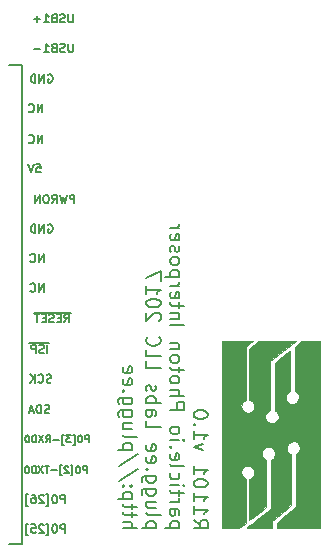
<source format=gbr>
G04 #@! TF.FileFunction,Legend,Bot*
%FSLAX46Y46*%
G04 Gerber Fmt 4.6, Leading zero omitted, Abs format (unit mm)*
G04 Created by KiCad (PCBNEW 4.0.6-e0-6349~53~ubuntu14.04.1) date Mon Apr  3 13:59:57 2017*
%MOMM*%
%LPD*%
G01*
G04 APERTURE LIST*
%ADD10C,0.100000*%
%ADD11C,0.200000*%
%ADD12C,0.152400*%
%ADD13C,0.010000*%
%ADD14C,0.150000*%
G04 APERTURE END LIST*
D10*
D11*
X143657143Y-123228571D02*
X144228571Y-123628571D01*
X143657143Y-123914286D02*
X144857143Y-123914286D01*
X144857143Y-123457143D01*
X144800000Y-123342857D01*
X144742857Y-123285714D01*
X144628571Y-123228571D01*
X144457143Y-123228571D01*
X144342857Y-123285714D01*
X144285714Y-123342857D01*
X144228571Y-123457143D01*
X144228571Y-123914286D01*
X143657143Y-122085714D02*
X143657143Y-122771429D01*
X143657143Y-122428571D02*
X144857143Y-122428571D01*
X144685714Y-122542857D01*
X144571429Y-122657143D01*
X144514286Y-122771429D01*
X143657143Y-120942857D02*
X143657143Y-121628572D01*
X143657143Y-121285714D02*
X144857143Y-121285714D01*
X144685714Y-121400000D01*
X144571429Y-121514286D01*
X144514286Y-121628572D01*
X144857143Y-120200000D02*
X144857143Y-120085715D01*
X144800000Y-119971429D01*
X144742857Y-119914286D01*
X144628571Y-119857143D01*
X144400000Y-119800000D01*
X144114286Y-119800000D01*
X143885714Y-119857143D01*
X143771429Y-119914286D01*
X143714286Y-119971429D01*
X143657143Y-120085715D01*
X143657143Y-120200000D01*
X143714286Y-120314286D01*
X143771429Y-120371429D01*
X143885714Y-120428572D01*
X144114286Y-120485715D01*
X144400000Y-120485715D01*
X144628571Y-120428572D01*
X144742857Y-120371429D01*
X144800000Y-120314286D01*
X144857143Y-120200000D01*
X143657143Y-118657143D02*
X143657143Y-119342858D01*
X143657143Y-119000000D02*
X144857143Y-119000000D01*
X144685714Y-119114286D01*
X144571429Y-119228572D01*
X144514286Y-119342858D01*
X144457143Y-117342857D02*
X143657143Y-117057143D01*
X144457143Y-116771429D01*
X143657143Y-115685714D02*
X143657143Y-116371429D01*
X143657143Y-116028571D02*
X144857143Y-116028571D01*
X144685714Y-116142857D01*
X144571429Y-116257143D01*
X144514286Y-116371429D01*
X143771429Y-115171429D02*
X143714286Y-115114286D01*
X143657143Y-115171429D01*
X143714286Y-115228572D01*
X143771429Y-115171429D01*
X143657143Y-115171429D01*
X144857143Y-114371428D02*
X144857143Y-114257143D01*
X144800000Y-114142857D01*
X144742857Y-114085714D01*
X144628571Y-114028571D01*
X144400000Y-113971428D01*
X144114286Y-113971428D01*
X143885714Y-114028571D01*
X143771429Y-114085714D01*
X143714286Y-114142857D01*
X143657143Y-114257143D01*
X143657143Y-114371428D01*
X143714286Y-114485714D01*
X143771429Y-114542857D01*
X143885714Y-114600000D01*
X144114286Y-114657143D01*
X144400000Y-114657143D01*
X144628571Y-114600000D01*
X144742857Y-114542857D01*
X144800000Y-114485714D01*
X144857143Y-114371428D01*
X142457143Y-123914286D02*
X141257143Y-123914286D01*
X142400000Y-123914286D02*
X142457143Y-123800000D01*
X142457143Y-123571429D01*
X142400000Y-123457143D01*
X142342857Y-123400000D01*
X142228571Y-123342857D01*
X141885714Y-123342857D01*
X141771429Y-123400000D01*
X141714286Y-123457143D01*
X141657143Y-123571429D01*
X141657143Y-123800000D01*
X141714286Y-123914286D01*
X141657143Y-122314286D02*
X142285714Y-122314286D01*
X142400000Y-122371429D01*
X142457143Y-122485715D01*
X142457143Y-122714286D01*
X142400000Y-122828572D01*
X141714286Y-122314286D02*
X141657143Y-122428572D01*
X141657143Y-122714286D01*
X141714286Y-122828572D01*
X141828571Y-122885715D01*
X141942857Y-122885715D01*
X142057143Y-122828572D01*
X142114286Y-122714286D01*
X142114286Y-122428572D01*
X142171429Y-122314286D01*
X141657143Y-121742858D02*
X142457143Y-121742858D01*
X142228571Y-121742858D02*
X142342857Y-121685715D01*
X142400000Y-121628572D01*
X142457143Y-121514286D01*
X142457143Y-121400001D01*
X142457143Y-121171429D02*
X142457143Y-120714286D01*
X142857143Y-121000001D02*
X141828571Y-121000001D01*
X141714286Y-120942858D01*
X141657143Y-120828572D01*
X141657143Y-120714286D01*
X141657143Y-120314287D02*
X142457143Y-120314287D01*
X142857143Y-120314287D02*
X142800000Y-120371430D01*
X142742857Y-120314287D01*
X142800000Y-120257144D01*
X142857143Y-120314287D01*
X142742857Y-120314287D01*
X141714286Y-119228572D02*
X141657143Y-119342858D01*
X141657143Y-119571429D01*
X141714286Y-119685715D01*
X141771429Y-119742858D01*
X141885714Y-119800001D01*
X142228571Y-119800001D01*
X142342857Y-119742858D01*
X142400000Y-119685715D01*
X142457143Y-119571429D01*
X142457143Y-119342858D01*
X142400000Y-119228572D01*
X141657143Y-118542858D02*
X141714286Y-118657144D01*
X141828571Y-118714287D01*
X142857143Y-118714287D01*
X141714286Y-117628573D02*
X141657143Y-117742859D01*
X141657143Y-117971430D01*
X141714286Y-118085716D01*
X141828571Y-118142859D01*
X142285714Y-118142859D01*
X142400000Y-118085716D01*
X142457143Y-117971430D01*
X142457143Y-117742859D01*
X142400000Y-117628573D01*
X142285714Y-117571430D01*
X142171429Y-117571430D01*
X142057143Y-118142859D01*
X141771429Y-117057145D02*
X141714286Y-117000002D01*
X141657143Y-117057145D01*
X141714286Y-117114288D01*
X141771429Y-117057145D01*
X141657143Y-117057145D01*
X141657143Y-116485716D02*
X142457143Y-116485716D01*
X142857143Y-116485716D02*
X142800000Y-116542859D01*
X142742857Y-116485716D01*
X142800000Y-116428573D01*
X142857143Y-116485716D01*
X142742857Y-116485716D01*
X141657143Y-115742858D02*
X141714286Y-115857144D01*
X141771429Y-115914287D01*
X141885714Y-115971430D01*
X142228571Y-115971430D01*
X142342857Y-115914287D01*
X142400000Y-115857144D01*
X142457143Y-115742858D01*
X142457143Y-115571430D01*
X142400000Y-115457144D01*
X142342857Y-115400001D01*
X142228571Y-115342858D01*
X141885714Y-115342858D01*
X141771429Y-115400001D01*
X141714286Y-115457144D01*
X141657143Y-115571430D01*
X141657143Y-115742858D01*
X141657143Y-113914287D02*
X142857143Y-113914287D01*
X142857143Y-113457144D01*
X142800000Y-113342858D01*
X142742857Y-113285715D01*
X142628571Y-113228572D01*
X142457143Y-113228572D01*
X142342857Y-113285715D01*
X142285714Y-113342858D01*
X142228571Y-113457144D01*
X142228571Y-113914287D01*
X141657143Y-112714287D02*
X142857143Y-112714287D01*
X141657143Y-112200001D02*
X142285714Y-112200001D01*
X142400000Y-112257144D01*
X142457143Y-112371430D01*
X142457143Y-112542858D01*
X142400000Y-112657144D01*
X142342857Y-112714287D01*
X141657143Y-111457144D02*
X141714286Y-111571430D01*
X141771429Y-111628573D01*
X141885714Y-111685716D01*
X142228571Y-111685716D01*
X142342857Y-111628573D01*
X142400000Y-111571430D01*
X142457143Y-111457144D01*
X142457143Y-111285716D01*
X142400000Y-111171430D01*
X142342857Y-111114287D01*
X142228571Y-111057144D01*
X141885714Y-111057144D01*
X141771429Y-111114287D01*
X141714286Y-111171430D01*
X141657143Y-111285716D01*
X141657143Y-111457144D01*
X142457143Y-110714287D02*
X142457143Y-110257144D01*
X142857143Y-110542859D02*
X141828571Y-110542859D01*
X141714286Y-110485716D01*
X141657143Y-110371430D01*
X141657143Y-110257144D01*
X141657143Y-109685716D02*
X141714286Y-109800002D01*
X141771429Y-109857145D01*
X141885714Y-109914288D01*
X142228571Y-109914288D01*
X142342857Y-109857145D01*
X142400000Y-109800002D01*
X142457143Y-109685716D01*
X142457143Y-109514288D01*
X142400000Y-109400002D01*
X142342857Y-109342859D01*
X142228571Y-109285716D01*
X141885714Y-109285716D01*
X141771429Y-109342859D01*
X141714286Y-109400002D01*
X141657143Y-109514288D01*
X141657143Y-109685716D01*
X142457143Y-108771431D02*
X141657143Y-108771431D01*
X142342857Y-108771431D02*
X142400000Y-108714288D01*
X142457143Y-108600002D01*
X142457143Y-108428574D01*
X142400000Y-108314288D01*
X142285714Y-108257145D01*
X141657143Y-108257145D01*
X141657143Y-106771431D02*
X142857143Y-106771431D01*
X142457143Y-106200002D02*
X141657143Y-106200002D01*
X142342857Y-106200002D02*
X142400000Y-106142859D01*
X142457143Y-106028573D01*
X142457143Y-105857145D01*
X142400000Y-105742859D01*
X142285714Y-105685716D01*
X141657143Y-105685716D01*
X142457143Y-105285716D02*
X142457143Y-104828573D01*
X142857143Y-105114288D02*
X141828571Y-105114288D01*
X141714286Y-105057145D01*
X141657143Y-104942859D01*
X141657143Y-104828573D01*
X141714286Y-103971431D02*
X141657143Y-104085717D01*
X141657143Y-104314288D01*
X141714286Y-104428574D01*
X141828571Y-104485717D01*
X142285714Y-104485717D01*
X142400000Y-104428574D01*
X142457143Y-104314288D01*
X142457143Y-104085717D01*
X142400000Y-103971431D01*
X142285714Y-103914288D01*
X142171429Y-103914288D01*
X142057143Y-104485717D01*
X141657143Y-103400003D02*
X142457143Y-103400003D01*
X142228571Y-103400003D02*
X142342857Y-103342860D01*
X142400000Y-103285717D01*
X142457143Y-103171431D01*
X142457143Y-103057146D01*
X142457143Y-102657146D02*
X141257143Y-102657146D01*
X142400000Y-102657146D02*
X142457143Y-102542860D01*
X142457143Y-102314289D01*
X142400000Y-102200003D01*
X142342857Y-102142860D01*
X142228571Y-102085717D01*
X141885714Y-102085717D01*
X141771429Y-102142860D01*
X141714286Y-102200003D01*
X141657143Y-102314289D01*
X141657143Y-102542860D01*
X141714286Y-102657146D01*
X141657143Y-101400003D02*
X141714286Y-101514289D01*
X141771429Y-101571432D01*
X141885714Y-101628575D01*
X142228571Y-101628575D01*
X142342857Y-101571432D01*
X142400000Y-101514289D01*
X142457143Y-101400003D01*
X142457143Y-101228575D01*
X142400000Y-101114289D01*
X142342857Y-101057146D01*
X142228571Y-101000003D01*
X141885714Y-101000003D01*
X141771429Y-101057146D01*
X141714286Y-101114289D01*
X141657143Y-101228575D01*
X141657143Y-101400003D01*
X141714286Y-100542861D02*
X141657143Y-100428575D01*
X141657143Y-100200003D01*
X141714286Y-100085718D01*
X141828571Y-100028575D01*
X141885714Y-100028575D01*
X142000000Y-100085718D01*
X142057143Y-100200003D01*
X142057143Y-100371432D01*
X142114286Y-100485718D01*
X142228571Y-100542861D01*
X142285714Y-100542861D01*
X142400000Y-100485718D01*
X142457143Y-100371432D01*
X142457143Y-100200003D01*
X142400000Y-100085718D01*
X141714286Y-99057146D02*
X141657143Y-99171432D01*
X141657143Y-99400003D01*
X141714286Y-99514289D01*
X141828571Y-99571432D01*
X142285714Y-99571432D01*
X142400000Y-99514289D01*
X142457143Y-99400003D01*
X142457143Y-99171432D01*
X142400000Y-99057146D01*
X142285714Y-99000003D01*
X142171429Y-99000003D01*
X142057143Y-99571432D01*
X141657143Y-98485718D02*
X142457143Y-98485718D01*
X142228571Y-98485718D02*
X142342857Y-98428575D01*
X142400000Y-98371432D01*
X142457143Y-98257146D01*
X142457143Y-98142861D01*
X140457143Y-123914286D02*
X139257143Y-123914286D01*
X140400000Y-123914286D02*
X140457143Y-123800000D01*
X140457143Y-123571429D01*
X140400000Y-123457143D01*
X140342857Y-123400000D01*
X140228571Y-123342857D01*
X139885714Y-123342857D01*
X139771429Y-123400000D01*
X139714286Y-123457143D01*
X139657143Y-123571429D01*
X139657143Y-123800000D01*
X139714286Y-123914286D01*
X139657143Y-122657143D02*
X139714286Y-122771429D01*
X139828571Y-122828572D01*
X140857143Y-122828572D01*
X140457143Y-121685715D02*
X139657143Y-121685715D01*
X140457143Y-122200001D02*
X139828571Y-122200001D01*
X139714286Y-122142858D01*
X139657143Y-122028572D01*
X139657143Y-121857144D01*
X139714286Y-121742858D01*
X139771429Y-121685715D01*
X140457143Y-120600001D02*
X139485714Y-120600001D01*
X139371429Y-120657144D01*
X139314286Y-120714287D01*
X139257143Y-120828572D01*
X139257143Y-121000001D01*
X139314286Y-121114287D01*
X139714286Y-120600001D02*
X139657143Y-120714287D01*
X139657143Y-120942858D01*
X139714286Y-121057144D01*
X139771429Y-121114287D01*
X139885714Y-121171430D01*
X140228571Y-121171430D01*
X140342857Y-121114287D01*
X140400000Y-121057144D01*
X140457143Y-120942858D01*
X140457143Y-120714287D01*
X140400000Y-120600001D01*
X140457143Y-119514287D02*
X139485714Y-119514287D01*
X139371429Y-119571430D01*
X139314286Y-119628573D01*
X139257143Y-119742858D01*
X139257143Y-119914287D01*
X139314286Y-120028573D01*
X139714286Y-119514287D02*
X139657143Y-119628573D01*
X139657143Y-119857144D01*
X139714286Y-119971430D01*
X139771429Y-120028573D01*
X139885714Y-120085716D01*
X140228571Y-120085716D01*
X140342857Y-120028573D01*
X140400000Y-119971430D01*
X140457143Y-119857144D01*
X140457143Y-119628573D01*
X140400000Y-119514287D01*
X139771429Y-118942859D02*
X139714286Y-118885716D01*
X139657143Y-118942859D01*
X139714286Y-119000002D01*
X139771429Y-118942859D01*
X139657143Y-118942859D01*
X139714286Y-117914287D02*
X139657143Y-118028573D01*
X139657143Y-118257144D01*
X139714286Y-118371430D01*
X139828571Y-118428573D01*
X140285714Y-118428573D01*
X140400000Y-118371430D01*
X140457143Y-118257144D01*
X140457143Y-118028573D01*
X140400000Y-117914287D01*
X140285714Y-117857144D01*
X140171429Y-117857144D01*
X140057143Y-118428573D01*
X139714286Y-116885716D02*
X139657143Y-117000002D01*
X139657143Y-117228573D01*
X139714286Y-117342859D01*
X139828571Y-117400002D01*
X140285714Y-117400002D01*
X140400000Y-117342859D01*
X140457143Y-117228573D01*
X140457143Y-117000002D01*
X140400000Y-116885716D01*
X140285714Y-116828573D01*
X140171429Y-116828573D01*
X140057143Y-117400002D01*
X139657143Y-114828573D02*
X139657143Y-115400002D01*
X140857143Y-115400002D01*
X139657143Y-113914287D02*
X140285714Y-113914287D01*
X140400000Y-113971430D01*
X140457143Y-114085716D01*
X140457143Y-114314287D01*
X140400000Y-114428573D01*
X139714286Y-113914287D02*
X139657143Y-114028573D01*
X139657143Y-114314287D01*
X139714286Y-114428573D01*
X139828571Y-114485716D01*
X139942857Y-114485716D01*
X140057143Y-114428573D01*
X140114286Y-114314287D01*
X140114286Y-114028573D01*
X140171429Y-113914287D01*
X139657143Y-113342859D02*
X140857143Y-113342859D01*
X140400000Y-113342859D02*
X140457143Y-113228573D01*
X140457143Y-113000002D01*
X140400000Y-112885716D01*
X140342857Y-112828573D01*
X140228571Y-112771430D01*
X139885714Y-112771430D01*
X139771429Y-112828573D01*
X139714286Y-112885716D01*
X139657143Y-113000002D01*
X139657143Y-113228573D01*
X139714286Y-113342859D01*
X139714286Y-112314288D02*
X139657143Y-112200002D01*
X139657143Y-111971430D01*
X139714286Y-111857145D01*
X139828571Y-111800002D01*
X139885714Y-111800002D01*
X140000000Y-111857145D01*
X140057143Y-111971430D01*
X140057143Y-112142859D01*
X140114286Y-112257145D01*
X140228571Y-112314288D01*
X140285714Y-112314288D01*
X140400000Y-112257145D01*
X140457143Y-112142859D01*
X140457143Y-111971430D01*
X140400000Y-111857145D01*
X139657143Y-109800001D02*
X139657143Y-110371430D01*
X140857143Y-110371430D01*
X139657143Y-108828572D02*
X139657143Y-109400001D01*
X140857143Y-109400001D01*
X139771429Y-107742857D02*
X139714286Y-107800000D01*
X139657143Y-107971429D01*
X139657143Y-108085715D01*
X139714286Y-108257143D01*
X139828571Y-108371429D01*
X139942857Y-108428572D01*
X140171429Y-108485715D01*
X140342857Y-108485715D01*
X140571429Y-108428572D01*
X140685714Y-108371429D01*
X140800000Y-108257143D01*
X140857143Y-108085715D01*
X140857143Y-107971429D01*
X140800000Y-107800000D01*
X140742857Y-107742857D01*
X140742857Y-106371429D02*
X140800000Y-106314286D01*
X140857143Y-106200000D01*
X140857143Y-105914286D01*
X140800000Y-105800000D01*
X140742857Y-105742857D01*
X140628571Y-105685714D01*
X140514286Y-105685714D01*
X140342857Y-105742857D01*
X139657143Y-106428571D01*
X139657143Y-105685714D01*
X140857143Y-104942857D02*
X140857143Y-104828572D01*
X140800000Y-104714286D01*
X140742857Y-104657143D01*
X140628571Y-104600000D01*
X140400000Y-104542857D01*
X140114286Y-104542857D01*
X139885714Y-104600000D01*
X139771429Y-104657143D01*
X139714286Y-104714286D01*
X139657143Y-104828572D01*
X139657143Y-104942857D01*
X139714286Y-105057143D01*
X139771429Y-105114286D01*
X139885714Y-105171429D01*
X140114286Y-105228572D01*
X140400000Y-105228572D01*
X140628571Y-105171429D01*
X140742857Y-105114286D01*
X140800000Y-105057143D01*
X140857143Y-104942857D01*
X139657143Y-103400000D02*
X139657143Y-104085715D01*
X139657143Y-103742857D02*
X140857143Y-103742857D01*
X140685714Y-103857143D01*
X140571429Y-103971429D01*
X140514286Y-104085715D01*
X140857143Y-103000000D02*
X140857143Y-102200000D01*
X139657143Y-102714286D01*
X137657143Y-123914286D02*
X138857143Y-123914286D01*
X137657143Y-123400000D02*
X138285714Y-123400000D01*
X138400000Y-123457143D01*
X138457143Y-123571429D01*
X138457143Y-123742857D01*
X138400000Y-123857143D01*
X138342857Y-123914286D01*
X138457143Y-123000000D02*
X138457143Y-122542857D01*
X138857143Y-122828572D02*
X137828571Y-122828572D01*
X137714286Y-122771429D01*
X137657143Y-122657143D01*
X137657143Y-122542857D01*
X138457143Y-122314286D02*
X138457143Y-121857143D01*
X138857143Y-122142858D02*
X137828571Y-122142858D01*
X137714286Y-122085715D01*
X137657143Y-121971429D01*
X137657143Y-121857143D01*
X138457143Y-121457144D02*
X137257143Y-121457144D01*
X138400000Y-121457144D02*
X138457143Y-121342858D01*
X138457143Y-121114287D01*
X138400000Y-121000001D01*
X138342857Y-120942858D01*
X138228571Y-120885715D01*
X137885714Y-120885715D01*
X137771429Y-120942858D01*
X137714286Y-121000001D01*
X137657143Y-121114287D01*
X137657143Y-121342858D01*
X137714286Y-121457144D01*
X137771429Y-120371430D02*
X137714286Y-120314287D01*
X137657143Y-120371430D01*
X137714286Y-120428573D01*
X137771429Y-120371430D01*
X137657143Y-120371430D01*
X138400000Y-120371430D02*
X138342857Y-120314287D01*
X138285714Y-120371430D01*
X138342857Y-120428573D01*
X138400000Y-120371430D01*
X138285714Y-120371430D01*
X138914286Y-118942858D02*
X137371429Y-119971429D01*
X138914286Y-117685715D02*
X137371429Y-118714286D01*
X138457143Y-117285715D02*
X137257143Y-117285715D01*
X138400000Y-117285715D02*
X138457143Y-117171429D01*
X138457143Y-116942858D01*
X138400000Y-116828572D01*
X138342857Y-116771429D01*
X138228571Y-116714286D01*
X137885714Y-116714286D01*
X137771429Y-116771429D01*
X137714286Y-116828572D01*
X137657143Y-116942858D01*
X137657143Y-117171429D01*
X137714286Y-117285715D01*
X137657143Y-116028572D02*
X137714286Y-116142858D01*
X137828571Y-116200001D01*
X138857143Y-116200001D01*
X138457143Y-115057144D02*
X137657143Y-115057144D01*
X138457143Y-115571430D02*
X137828571Y-115571430D01*
X137714286Y-115514287D01*
X137657143Y-115400001D01*
X137657143Y-115228573D01*
X137714286Y-115114287D01*
X137771429Y-115057144D01*
X138457143Y-113971430D02*
X137485714Y-113971430D01*
X137371429Y-114028573D01*
X137314286Y-114085716D01*
X137257143Y-114200001D01*
X137257143Y-114371430D01*
X137314286Y-114485716D01*
X137714286Y-113971430D02*
X137657143Y-114085716D01*
X137657143Y-114314287D01*
X137714286Y-114428573D01*
X137771429Y-114485716D01*
X137885714Y-114542859D01*
X138228571Y-114542859D01*
X138342857Y-114485716D01*
X138400000Y-114428573D01*
X138457143Y-114314287D01*
X138457143Y-114085716D01*
X138400000Y-113971430D01*
X138457143Y-112885716D02*
X137485714Y-112885716D01*
X137371429Y-112942859D01*
X137314286Y-113000002D01*
X137257143Y-113114287D01*
X137257143Y-113285716D01*
X137314286Y-113400002D01*
X137714286Y-112885716D02*
X137657143Y-113000002D01*
X137657143Y-113228573D01*
X137714286Y-113342859D01*
X137771429Y-113400002D01*
X137885714Y-113457145D01*
X138228571Y-113457145D01*
X138342857Y-113400002D01*
X138400000Y-113342859D01*
X138457143Y-113228573D01*
X138457143Y-113000002D01*
X138400000Y-112885716D01*
X137771429Y-112314288D02*
X137714286Y-112257145D01*
X137657143Y-112314288D01*
X137714286Y-112371431D01*
X137771429Y-112314288D01*
X137657143Y-112314288D01*
X137714286Y-111285716D02*
X137657143Y-111400002D01*
X137657143Y-111628573D01*
X137714286Y-111742859D01*
X137828571Y-111800002D01*
X138285714Y-111800002D01*
X138400000Y-111742859D01*
X138457143Y-111628573D01*
X138457143Y-111400002D01*
X138400000Y-111285716D01*
X138285714Y-111228573D01*
X138171429Y-111228573D01*
X138057143Y-111800002D01*
X137714286Y-110257145D02*
X137657143Y-110371431D01*
X137657143Y-110600002D01*
X137714286Y-110714288D01*
X137828571Y-110771431D01*
X138285714Y-110771431D01*
X138400000Y-110714288D01*
X138457143Y-110600002D01*
X138457143Y-110371431D01*
X138400000Y-110257145D01*
X138285714Y-110200002D01*
X138171429Y-110200002D01*
X138057143Y-110771431D01*
D12*
X128000000Y-84760000D02*
X129100000Y-84760000D01*
X129100000Y-84760000D02*
X129100000Y-90560000D01*
X129100000Y-90560000D02*
X129100000Y-95960000D01*
X129100000Y-95960000D02*
X129100000Y-99560000D01*
X129100000Y-99560000D02*
X129100000Y-113560000D01*
X129100000Y-113560000D02*
X129100000Y-124060000D01*
X129100000Y-124060000D02*
X129100000Y-125260000D01*
X129100000Y-125260000D02*
X128000000Y-125260000D01*
D13*
G36*
X152872447Y-108062500D02*
X152200251Y-108608154D01*
X152200250Y-110475316D01*
X152200250Y-112342478D01*
X152309474Y-112406922D01*
X152395927Y-112475030D01*
X152480637Y-112567813D01*
X152503830Y-112600009D01*
X152552706Y-112683485D01*
X152575634Y-112759427D01*
X152578874Y-112855958D01*
X152575112Y-112920128D01*
X152533311Y-113108349D01*
X152441349Y-113263166D01*
X152305440Y-113377432D01*
X152131796Y-113443997D01*
X152117327Y-113446886D01*
X151937138Y-113453812D01*
X151779105Y-113409712D01*
X151647100Y-113324185D01*
X151544997Y-113206833D01*
X151476667Y-113067255D01*
X151445984Y-112915054D01*
X151456820Y-112759829D01*
X151513047Y-112611180D01*
X151618539Y-112478709D01*
X151701041Y-112414869D01*
X151819251Y-112338112D01*
X151819251Y-110611182D01*
X151818983Y-110223526D01*
X151818114Y-109895233D01*
X151816550Y-109622165D01*
X151814192Y-109400187D01*
X151810945Y-109225163D01*
X151806712Y-109092958D01*
X151801397Y-108999434D01*
X151794903Y-108940457D01*
X151787134Y-108911890D01*
X151779563Y-108908362D01*
X151744591Y-108934229D01*
X151667368Y-108994131D01*
X151555153Y-109082344D01*
X151415207Y-109193143D01*
X151254789Y-109320806D01*
X151128688Y-109421550D01*
X150517501Y-109910628D01*
X150517701Y-111947252D01*
X150517902Y-113983875D01*
X150612289Y-114037581D01*
X150729425Y-114138321D01*
X150811213Y-114277441D01*
X150851940Y-114437161D01*
X150845894Y-114599702D01*
X150820207Y-114684714D01*
X150716676Y-114857453D01*
X150570744Y-114983403D01*
X150464947Y-115035195D01*
X150294751Y-115070659D01*
X150130993Y-115052296D01*
X149982253Y-114988380D01*
X149857110Y-114887186D01*
X149764144Y-114756989D01*
X149711933Y-114606062D01*
X149709058Y-114442682D01*
X149737690Y-114333774D01*
X149783727Y-114247494D01*
X149853803Y-114152559D01*
X149933934Y-114064218D01*
X150010138Y-113997720D01*
X150068431Y-113968316D01*
X150073092Y-113968000D01*
X150080164Y-113936386D01*
X150086369Y-113842075D01*
X150091695Y-113685865D01*
X150096129Y-113468552D01*
X150099660Y-113190935D01*
X150102275Y-112853810D01*
X150103963Y-112457975D01*
X150104711Y-112004228D01*
X150104750Y-111862825D01*
X150104751Y-109757649D01*
X151203648Y-108910075D01*
X152302545Y-108062500D01*
X149222624Y-108062500D01*
X148791259Y-108419688D01*
X148359895Y-108776875D01*
X148359198Y-110909601D01*
X148358500Y-113042326D01*
X148464388Y-113077272D01*
X148607494Y-113154262D01*
X148711875Y-113270144D01*
X148776737Y-113412884D01*
X148801285Y-113570448D01*
X148784726Y-113730803D01*
X148726265Y-113881914D01*
X148625109Y-114011747D01*
X148530709Y-114082220D01*
X148360196Y-114149746D01*
X148189812Y-114160084D01*
X148029869Y-114118724D01*
X147890684Y-114031155D01*
X147782571Y-113902868D01*
X147715843Y-113739351D01*
X147700801Y-113640516D01*
X147717643Y-113459079D01*
X147792714Y-113298994D01*
X147922355Y-113167408D01*
X147954541Y-113145119D01*
X148072750Y-113068362D01*
X148072750Y-110837106D01*
X148072811Y-110406370D01*
X148073069Y-110034689D01*
X148073639Y-109717619D01*
X148074634Y-109450714D01*
X148076169Y-109229532D01*
X148078358Y-109049626D01*
X148081315Y-108906552D01*
X148085155Y-108795866D01*
X148089991Y-108713123D01*
X148095938Y-108653878D01*
X148103109Y-108613687D01*
X148111620Y-108588105D01*
X148121584Y-108572687D01*
X148131127Y-108564363D01*
X148178175Y-108526080D01*
X148258935Y-108455603D01*
X148360742Y-108364118D01*
X148438702Y-108292688D01*
X148687902Y-108062500D01*
X146040750Y-108062500D01*
X146040750Y-123937500D01*
X147511804Y-123937500D01*
X148072750Y-123509706D01*
X148072750Y-121631240D01*
X148072751Y-119752773D01*
X147963527Y-119688329D01*
X147822150Y-119571643D01*
X147727787Y-119423244D01*
X147684036Y-119255893D01*
X147694494Y-119082352D01*
X147751183Y-118935025D01*
X147864482Y-118785920D01*
X148006877Y-118692871D01*
X148181958Y-118653784D01*
X148235615Y-118652212D01*
X148352840Y-118658491D01*
X148436471Y-118681995D01*
X148515953Y-118732280D01*
X148539458Y-118750828D01*
X148671885Y-118881344D01*
X148748707Y-119019707D01*
X148777438Y-119180728D01*
X148778046Y-119221213D01*
X148751701Y-119402840D01*
X148680580Y-119555673D01*
X148571355Y-119669787D01*
X148432717Y-119734757D01*
X148358500Y-119753384D01*
X148358500Y-121480317D01*
X148358850Y-121804828D01*
X148359856Y-122109463D01*
X148361453Y-122388460D01*
X148363574Y-122636056D01*
X148366155Y-122846485D01*
X148369131Y-123013986D01*
X148372435Y-123132794D01*
X148376001Y-123197146D01*
X148378124Y-123207251D01*
X148407873Y-123189178D01*
X148481872Y-123138199D01*
X148593323Y-123059177D01*
X148735425Y-122956972D01*
X148901381Y-122836444D01*
X149084391Y-122702454D01*
X149092499Y-122696495D01*
X149787250Y-122185739D01*
X149787250Y-118125889D01*
X149709025Y-118090247D01*
X149626346Y-118027738D01*
X149542388Y-117924235D01*
X149471664Y-117800249D01*
X149435250Y-117703337D01*
X149422016Y-117545731D01*
X149462533Y-117393042D01*
X149547237Y-117255042D01*
X149666565Y-117141503D01*
X149810952Y-117062197D01*
X149970835Y-117026896D01*
X150090105Y-117034201D01*
X150256773Y-117094207D01*
X150395820Y-117199417D01*
X150499435Y-117337729D01*
X150559809Y-117497039D01*
X150569130Y-117665245D01*
X150551926Y-117749840D01*
X150503082Y-117859360D01*
X150428669Y-117968986D01*
X150344309Y-118059232D01*
X150265628Y-118110612D01*
X150261545Y-118111996D01*
X150249345Y-118117415D01*
X150238873Y-118128380D01*
X150229997Y-118149438D01*
X150222586Y-118185134D01*
X150216507Y-118240013D01*
X150211630Y-118318623D01*
X150207820Y-118425507D01*
X150204948Y-118565212D01*
X150202881Y-118742284D01*
X150201487Y-118961268D01*
X150200633Y-119226711D01*
X150200189Y-119543157D01*
X150200023Y-119915152D01*
X150200000Y-120232906D01*
X150200000Y-122334282D01*
X149194259Y-123096204D01*
X148971798Y-123264754D01*
X148763908Y-123422305D01*
X148576324Y-123564506D01*
X148414784Y-123687006D01*
X148285025Y-123785453D01*
X148192783Y-123855499D01*
X148143797Y-123892791D01*
X148138571Y-123896803D01*
X148136946Y-123907366D01*
X148165271Y-123915970D01*
X148228396Y-123922793D01*
X148331168Y-123928017D01*
X148478440Y-123931821D01*
X148675059Y-123934385D01*
X148925875Y-123935889D01*
X149207813Y-123936491D01*
X150327000Y-123937500D01*
X150327000Y-123338640D01*
X151119663Y-122661758D01*
X151912326Y-121984875D01*
X151913413Y-119836949D01*
X151914501Y-117689023D01*
X151805277Y-117624579D01*
X151669556Y-117511671D01*
X151573267Y-117363986D01*
X151526564Y-117198946D01*
X151523789Y-117141587D01*
X151551361Y-116969591D01*
X151631996Y-116819933D01*
X151762438Y-116689389D01*
X151912563Y-116604399D01*
X152073662Y-116574047D01*
X152234858Y-116593346D01*
X152385273Y-116657311D01*
X152514027Y-116760959D01*
X152610244Y-116899304D01*
X152663044Y-117067361D01*
X152667437Y-117104094D01*
X152654635Y-117265806D01*
X152595068Y-117421591D01*
X152498656Y-117550438D01*
X152431661Y-117603375D01*
X152329697Y-117666875D01*
X152328474Y-119893755D01*
X152327250Y-122120634D01*
X151517625Y-122811924D01*
X150708000Y-123503215D01*
X150708000Y-123937500D01*
X154359250Y-123937500D01*
X154359250Y-108062500D01*
X152872447Y-108062500D01*
X152872447Y-108062500D01*
G37*
X152872447Y-108062500D02*
X152200251Y-108608154D01*
X152200250Y-110475316D01*
X152200250Y-112342478D01*
X152309474Y-112406922D01*
X152395927Y-112475030D01*
X152480637Y-112567813D01*
X152503830Y-112600009D01*
X152552706Y-112683485D01*
X152575634Y-112759427D01*
X152578874Y-112855958D01*
X152575112Y-112920128D01*
X152533311Y-113108349D01*
X152441349Y-113263166D01*
X152305440Y-113377432D01*
X152131796Y-113443997D01*
X152117327Y-113446886D01*
X151937138Y-113453812D01*
X151779105Y-113409712D01*
X151647100Y-113324185D01*
X151544997Y-113206833D01*
X151476667Y-113067255D01*
X151445984Y-112915054D01*
X151456820Y-112759829D01*
X151513047Y-112611180D01*
X151618539Y-112478709D01*
X151701041Y-112414869D01*
X151819251Y-112338112D01*
X151819251Y-110611182D01*
X151818983Y-110223526D01*
X151818114Y-109895233D01*
X151816550Y-109622165D01*
X151814192Y-109400187D01*
X151810945Y-109225163D01*
X151806712Y-109092958D01*
X151801397Y-108999434D01*
X151794903Y-108940457D01*
X151787134Y-108911890D01*
X151779563Y-108908362D01*
X151744591Y-108934229D01*
X151667368Y-108994131D01*
X151555153Y-109082344D01*
X151415207Y-109193143D01*
X151254789Y-109320806D01*
X151128688Y-109421550D01*
X150517501Y-109910628D01*
X150517701Y-111947252D01*
X150517902Y-113983875D01*
X150612289Y-114037581D01*
X150729425Y-114138321D01*
X150811213Y-114277441D01*
X150851940Y-114437161D01*
X150845894Y-114599702D01*
X150820207Y-114684714D01*
X150716676Y-114857453D01*
X150570744Y-114983403D01*
X150464947Y-115035195D01*
X150294751Y-115070659D01*
X150130993Y-115052296D01*
X149982253Y-114988380D01*
X149857110Y-114887186D01*
X149764144Y-114756989D01*
X149711933Y-114606062D01*
X149709058Y-114442682D01*
X149737690Y-114333774D01*
X149783727Y-114247494D01*
X149853803Y-114152559D01*
X149933934Y-114064218D01*
X150010138Y-113997720D01*
X150068431Y-113968316D01*
X150073092Y-113968000D01*
X150080164Y-113936386D01*
X150086369Y-113842075D01*
X150091695Y-113685865D01*
X150096129Y-113468552D01*
X150099660Y-113190935D01*
X150102275Y-112853810D01*
X150103963Y-112457975D01*
X150104711Y-112004228D01*
X150104750Y-111862825D01*
X150104751Y-109757649D01*
X151203648Y-108910075D01*
X152302545Y-108062500D01*
X149222624Y-108062500D01*
X148791259Y-108419688D01*
X148359895Y-108776875D01*
X148359198Y-110909601D01*
X148358500Y-113042326D01*
X148464388Y-113077272D01*
X148607494Y-113154262D01*
X148711875Y-113270144D01*
X148776737Y-113412884D01*
X148801285Y-113570448D01*
X148784726Y-113730803D01*
X148726265Y-113881914D01*
X148625109Y-114011747D01*
X148530709Y-114082220D01*
X148360196Y-114149746D01*
X148189812Y-114160084D01*
X148029869Y-114118724D01*
X147890684Y-114031155D01*
X147782571Y-113902868D01*
X147715843Y-113739351D01*
X147700801Y-113640516D01*
X147717643Y-113459079D01*
X147792714Y-113298994D01*
X147922355Y-113167408D01*
X147954541Y-113145119D01*
X148072750Y-113068362D01*
X148072750Y-110837106D01*
X148072811Y-110406370D01*
X148073069Y-110034689D01*
X148073639Y-109717619D01*
X148074634Y-109450714D01*
X148076169Y-109229532D01*
X148078358Y-109049626D01*
X148081315Y-108906552D01*
X148085155Y-108795866D01*
X148089991Y-108713123D01*
X148095938Y-108653878D01*
X148103109Y-108613687D01*
X148111620Y-108588105D01*
X148121584Y-108572687D01*
X148131127Y-108564363D01*
X148178175Y-108526080D01*
X148258935Y-108455603D01*
X148360742Y-108364118D01*
X148438702Y-108292688D01*
X148687902Y-108062500D01*
X146040750Y-108062500D01*
X146040750Y-123937500D01*
X147511804Y-123937500D01*
X148072750Y-123509706D01*
X148072750Y-121631240D01*
X148072751Y-119752773D01*
X147963527Y-119688329D01*
X147822150Y-119571643D01*
X147727787Y-119423244D01*
X147684036Y-119255893D01*
X147694494Y-119082352D01*
X147751183Y-118935025D01*
X147864482Y-118785920D01*
X148006877Y-118692871D01*
X148181958Y-118653784D01*
X148235615Y-118652212D01*
X148352840Y-118658491D01*
X148436471Y-118681995D01*
X148515953Y-118732280D01*
X148539458Y-118750828D01*
X148671885Y-118881344D01*
X148748707Y-119019707D01*
X148777438Y-119180728D01*
X148778046Y-119221213D01*
X148751701Y-119402840D01*
X148680580Y-119555673D01*
X148571355Y-119669787D01*
X148432717Y-119734757D01*
X148358500Y-119753384D01*
X148358500Y-121480317D01*
X148358850Y-121804828D01*
X148359856Y-122109463D01*
X148361453Y-122388460D01*
X148363574Y-122636056D01*
X148366155Y-122846485D01*
X148369131Y-123013986D01*
X148372435Y-123132794D01*
X148376001Y-123197146D01*
X148378124Y-123207251D01*
X148407873Y-123189178D01*
X148481872Y-123138199D01*
X148593323Y-123059177D01*
X148735425Y-122956972D01*
X148901381Y-122836444D01*
X149084391Y-122702454D01*
X149092499Y-122696495D01*
X149787250Y-122185739D01*
X149787250Y-118125889D01*
X149709025Y-118090247D01*
X149626346Y-118027738D01*
X149542388Y-117924235D01*
X149471664Y-117800249D01*
X149435250Y-117703337D01*
X149422016Y-117545731D01*
X149462533Y-117393042D01*
X149547237Y-117255042D01*
X149666565Y-117141503D01*
X149810952Y-117062197D01*
X149970835Y-117026896D01*
X150090105Y-117034201D01*
X150256773Y-117094207D01*
X150395820Y-117199417D01*
X150499435Y-117337729D01*
X150559809Y-117497039D01*
X150569130Y-117665245D01*
X150551926Y-117749840D01*
X150503082Y-117859360D01*
X150428669Y-117968986D01*
X150344309Y-118059232D01*
X150265628Y-118110612D01*
X150261545Y-118111996D01*
X150249345Y-118117415D01*
X150238873Y-118128380D01*
X150229997Y-118149438D01*
X150222586Y-118185134D01*
X150216507Y-118240013D01*
X150211630Y-118318623D01*
X150207820Y-118425507D01*
X150204948Y-118565212D01*
X150202881Y-118742284D01*
X150201487Y-118961268D01*
X150200633Y-119226711D01*
X150200189Y-119543157D01*
X150200023Y-119915152D01*
X150200000Y-120232906D01*
X150200000Y-122334282D01*
X149194259Y-123096204D01*
X148971798Y-123264754D01*
X148763908Y-123422305D01*
X148576324Y-123564506D01*
X148414784Y-123687006D01*
X148285025Y-123785453D01*
X148192783Y-123855499D01*
X148143797Y-123892791D01*
X148138571Y-123896803D01*
X148136946Y-123907366D01*
X148165271Y-123915970D01*
X148228396Y-123922793D01*
X148331168Y-123928017D01*
X148478440Y-123931821D01*
X148675059Y-123934385D01*
X148925875Y-123935889D01*
X149207813Y-123936491D01*
X150327000Y-123937500D01*
X150327000Y-123338640D01*
X151119663Y-122661758D01*
X151912326Y-121984875D01*
X151913413Y-119836949D01*
X151914501Y-117689023D01*
X151805277Y-117624579D01*
X151669556Y-117511671D01*
X151573267Y-117363986D01*
X151526564Y-117198946D01*
X151523789Y-117141587D01*
X151551361Y-116969591D01*
X151631996Y-116819933D01*
X151762438Y-116689389D01*
X151912563Y-116604399D01*
X152073662Y-116574047D01*
X152234858Y-116593346D01*
X152385273Y-116657311D01*
X152514027Y-116760959D01*
X152610244Y-116899304D01*
X152663044Y-117067361D01*
X152667437Y-117104094D01*
X152654635Y-117265806D01*
X152595068Y-117421591D01*
X152498656Y-117550438D01*
X152431661Y-117603375D01*
X152329697Y-117666875D01*
X152328474Y-119893755D01*
X152327250Y-122120634D01*
X151517625Y-122811924D01*
X150708000Y-123503215D01*
X150708000Y-123937500D01*
X154359250Y-123937500D01*
X154359250Y-108062500D01*
X152872447Y-108062500D01*
D14*
X133450000Y-80416667D02*
X133450000Y-80983333D01*
X133416667Y-81050000D01*
X133383334Y-81083333D01*
X133316667Y-81116667D01*
X133183334Y-81116667D01*
X133116667Y-81083333D01*
X133083334Y-81050000D01*
X133050000Y-80983333D01*
X133050000Y-80416667D01*
X132750001Y-81083333D02*
X132650001Y-81116667D01*
X132483334Y-81116667D01*
X132416667Y-81083333D01*
X132383334Y-81050000D01*
X132350001Y-80983333D01*
X132350001Y-80916667D01*
X132383334Y-80850000D01*
X132416667Y-80816667D01*
X132483334Y-80783333D01*
X132616667Y-80750000D01*
X132683334Y-80716667D01*
X132716667Y-80683333D01*
X132750001Y-80616667D01*
X132750001Y-80550000D01*
X132716667Y-80483333D01*
X132683334Y-80450000D01*
X132616667Y-80416667D01*
X132450001Y-80416667D01*
X132350001Y-80450000D01*
X131816667Y-80750000D02*
X131716667Y-80783333D01*
X131683334Y-80816667D01*
X131650000Y-80883333D01*
X131650000Y-80983333D01*
X131683334Y-81050000D01*
X131716667Y-81083333D01*
X131783334Y-81116667D01*
X132050000Y-81116667D01*
X132050000Y-80416667D01*
X131816667Y-80416667D01*
X131750000Y-80450000D01*
X131716667Y-80483333D01*
X131683334Y-80550000D01*
X131683334Y-80616667D01*
X131716667Y-80683333D01*
X131750000Y-80716667D01*
X131816667Y-80750000D01*
X132050000Y-80750000D01*
X130983334Y-81116667D02*
X131383334Y-81116667D01*
X131183334Y-81116667D02*
X131183334Y-80416667D01*
X131250000Y-80516667D01*
X131316667Y-80583333D01*
X131383334Y-80616667D01*
X130683333Y-80850000D02*
X130150000Y-80850000D01*
X130416667Y-81116667D02*
X130416667Y-80583333D01*
X133450000Y-82916667D02*
X133450000Y-83483333D01*
X133416667Y-83550000D01*
X133383334Y-83583333D01*
X133316667Y-83616667D01*
X133183334Y-83616667D01*
X133116667Y-83583333D01*
X133083334Y-83550000D01*
X133050000Y-83483333D01*
X133050000Y-82916667D01*
X132750001Y-83583333D02*
X132650001Y-83616667D01*
X132483334Y-83616667D01*
X132416667Y-83583333D01*
X132383334Y-83550000D01*
X132350001Y-83483333D01*
X132350001Y-83416667D01*
X132383334Y-83350000D01*
X132416667Y-83316667D01*
X132483334Y-83283333D01*
X132616667Y-83250000D01*
X132683334Y-83216667D01*
X132716667Y-83183333D01*
X132750001Y-83116667D01*
X132750001Y-83050000D01*
X132716667Y-82983333D01*
X132683334Y-82950000D01*
X132616667Y-82916667D01*
X132450001Y-82916667D01*
X132350001Y-82950000D01*
X131816667Y-83250000D02*
X131716667Y-83283333D01*
X131683334Y-83316667D01*
X131650000Y-83383333D01*
X131650000Y-83483333D01*
X131683334Y-83550000D01*
X131716667Y-83583333D01*
X131783334Y-83616667D01*
X132050000Y-83616667D01*
X132050000Y-82916667D01*
X131816667Y-82916667D01*
X131750000Y-82950000D01*
X131716667Y-82983333D01*
X131683334Y-83050000D01*
X131683334Y-83116667D01*
X131716667Y-83183333D01*
X131750000Y-83216667D01*
X131816667Y-83250000D01*
X132050000Y-83250000D01*
X130983334Y-83616667D02*
X131383334Y-83616667D01*
X131183334Y-83616667D02*
X131183334Y-82916667D01*
X131250000Y-83016667D01*
X131316667Y-83083333D01*
X131383334Y-83116667D01*
X130683333Y-83350000D02*
X130150000Y-83350000D01*
X132750000Y-124316667D02*
X132750000Y-123616667D01*
X132483334Y-123616667D01*
X132416667Y-123650000D01*
X132383334Y-123683333D01*
X132350000Y-123750000D01*
X132350000Y-123850000D01*
X132383334Y-123916667D01*
X132416667Y-123950000D01*
X132483334Y-123983333D01*
X132750000Y-123983333D01*
X131916667Y-123616667D02*
X131850000Y-123616667D01*
X131783334Y-123650000D01*
X131750000Y-123683333D01*
X131716667Y-123750000D01*
X131683334Y-123883333D01*
X131683334Y-124050000D01*
X131716667Y-124183333D01*
X131750000Y-124250000D01*
X131783334Y-124283333D01*
X131850000Y-124316667D01*
X131916667Y-124316667D01*
X131983334Y-124283333D01*
X132016667Y-124250000D01*
X132050000Y-124183333D01*
X132083334Y-124050000D01*
X132083334Y-123883333D01*
X132050000Y-123750000D01*
X132016667Y-123683333D01*
X131983334Y-123650000D01*
X131916667Y-123616667D01*
X131183333Y-124550000D02*
X131350000Y-124550000D01*
X131350000Y-123550000D01*
X131183333Y-123550000D01*
X130950000Y-123683333D02*
X130916666Y-123650000D01*
X130850000Y-123616667D01*
X130683333Y-123616667D01*
X130616666Y-123650000D01*
X130583333Y-123683333D01*
X130550000Y-123750000D01*
X130550000Y-123816667D01*
X130583333Y-123916667D01*
X130983333Y-124316667D01*
X130550000Y-124316667D01*
X129916666Y-123616667D02*
X130249999Y-123616667D01*
X130283333Y-123950000D01*
X130249999Y-123916667D01*
X130183333Y-123883333D01*
X130016666Y-123883333D01*
X129949999Y-123916667D01*
X129916666Y-123950000D01*
X129883333Y-124016667D01*
X129883333Y-124183333D01*
X129916666Y-124250000D01*
X129949999Y-124283333D01*
X130016666Y-124316667D01*
X130183333Y-124316667D01*
X130249999Y-124283333D01*
X130283333Y-124250000D01*
X129649999Y-124550000D02*
X129483332Y-124550000D01*
X129483332Y-123550000D01*
X129649999Y-123550000D01*
X132750000Y-121816667D02*
X132750000Y-121116667D01*
X132483334Y-121116667D01*
X132416667Y-121150000D01*
X132383334Y-121183333D01*
X132350000Y-121250000D01*
X132350000Y-121350000D01*
X132383334Y-121416667D01*
X132416667Y-121450000D01*
X132483334Y-121483333D01*
X132750000Y-121483333D01*
X131916667Y-121116667D02*
X131850000Y-121116667D01*
X131783334Y-121150000D01*
X131750000Y-121183333D01*
X131716667Y-121250000D01*
X131683334Y-121383333D01*
X131683334Y-121550000D01*
X131716667Y-121683333D01*
X131750000Y-121750000D01*
X131783334Y-121783333D01*
X131850000Y-121816667D01*
X131916667Y-121816667D01*
X131983334Y-121783333D01*
X132016667Y-121750000D01*
X132050000Y-121683333D01*
X132083334Y-121550000D01*
X132083334Y-121383333D01*
X132050000Y-121250000D01*
X132016667Y-121183333D01*
X131983334Y-121150000D01*
X131916667Y-121116667D01*
X131183333Y-122050000D02*
X131350000Y-122050000D01*
X131350000Y-121050000D01*
X131183333Y-121050000D01*
X130950000Y-121183333D02*
X130916666Y-121150000D01*
X130850000Y-121116667D01*
X130683333Y-121116667D01*
X130616666Y-121150000D01*
X130583333Y-121183333D01*
X130550000Y-121250000D01*
X130550000Y-121316667D01*
X130583333Y-121416667D01*
X130983333Y-121816667D01*
X130550000Y-121816667D01*
X129949999Y-121116667D02*
X130083333Y-121116667D01*
X130149999Y-121150000D01*
X130183333Y-121183333D01*
X130249999Y-121283333D01*
X130283333Y-121416667D01*
X130283333Y-121683333D01*
X130249999Y-121750000D01*
X130216666Y-121783333D01*
X130149999Y-121816667D01*
X130016666Y-121816667D01*
X129949999Y-121783333D01*
X129916666Y-121750000D01*
X129883333Y-121683333D01*
X129883333Y-121516667D01*
X129916666Y-121450000D01*
X129949999Y-121416667D01*
X130016666Y-121383333D01*
X130149999Y-121383333D01*
X130216666Y-121416667D01*
X130249999Y-121450000D01*
X130283333Y-121516667D01*
X129649999Y-122050000D02*
X129483332Y-122050000D01*
X129483332Y-121050000D01*
X129649999Y-121050000D01*
X134600001Y-119271429D02*
X134600001Y-118671429D01*
X134371429Y-118671429D01*
X134314287Y-118700000D01*
X134285715Y-118728571D01*
X134257144Y-118785714D01*
X134257144Y-118871429D01*
X134285715Y-118928571D01*
X134314287Y-118957143D01*
X134371429Y-118985714D01*
X134600001Y-118985714D01*
X133885715Y-118671429D02*
X133828572Y-118671429D01*
X133771429Y-118700000D01*
X133742858Y-118728571D01*
X133714287Y-118785714D01*
X133685715Y-118900000D01*
X133685715Y-119042857D01*
X133714287Y-119157143D01*
X133742858Y-119214286D01*
X133771429Y-119242857D01*
X133828572Y-119271429D01*
X133885715Y-119271429D01*
X133942858Y-119242857D01*
X133971429Y-119214286D01*
X134000001Y-119157143D01*
X134028572Y-119042857D01*
X134028572Y-118900000D01*
X134000001Y-118785714D01*
X133971429Y-118728571D01*
X133942858Y-118700000D01*
X133885715Y-118671429D01*
X133257143Y-119471429D02*
X133400000Y-119471429D01*
X133400000Y-118614286D01*
X133257143Y-118614286D01*
X133057143Y-118728571D02*
X133028572Y-118700000D01*
X132971429Y-118671429D01*
X132828572Y-118671429D01*
X132771429Y-118700000D01*
X132742858Y-118728571D01*
X132714286Y-118785714D01*
X132714286Y-118842857D01*
X132742858Y-118928571D01*
X133085715Y-119271429D01*
X132714286Y-119271429D01*
X132514286Y-119471429D02*
X132371429Y-119471429D01*
X132371429Y-118614286D01*
X132514286Y-118614286D01*
X132057143Y-119042857D02*
X131600000Y-119042857D01*
X131400000Y-118671429D02*
X131057143Y-118671429D01*
X131228572Y-119271429D02*
X131228572Y-118671429D01*
X130914286Y-118671429D02*
X130514286Y-119271429D01*
X130514286Y-118671429D02*
X130914286Y-119271429D01*
X130285714Y-119271429D02*
X130285714Y-118671429D01*
X130142857Y-118671429D01*
X130057142Y-118700000D01*
X130000000Y-118757143D01*
X129971428Y-118814286D01*
X129942857Y-118928571D01*
X129942857Y-119014286D01*
X129971428Y-119128571D01*
X130000000Y-119185714D01*
X130057142Y-119242857D01*
X130142857Y-119271429D01*
X130285714Y-119271429D01*
X129571428Y-118671429D02*
X129514285Y-118671429D01*
X129457142Y-118700000D01*
X129428571Y-118728571D01*
X129400000Y-118785714D01*
X129371428Y-118900000D01*
X129371428Y-119042857D01*
X129400000Y-119157143D01*
X129428571Y-119214286D01*
X129457142Y-119242857D01*
X129514285Y-119271429D01*
X129571428Y-119271429D01*
X129628571Y-119242857D01*
X129657142Y-119214286D01*
X129685714Y-119157143D01*
X129714285Y-119042857D01*
X129714285Y-118900000D01*
X129685714Y-118785714D01*
X129657142Y-118728571D01*
X129628571Y-118700000D01*
X129571428Y-118671429D01*
X134771429Y-116671429D02*
X134771429Y-116071429D01*
X134542857Y-116071429D01*
X134485715Y-116100000D01*
X134457143Y-116128571D01*
X134428572Y-116185714D01*
X134428572Y-116271429D01*
X134457143Y-116328571D01*
X134485715Y-116357143D01*
X134542857Y-116385714D01*
X134771429Y-116385714D01*
X134057143Y-116071429D02*
X134000000Y-116071429D01*
X133942857Y-116100000D01*
X133914286Y-116128571D01*
X133885715Y-116185714D01*
X133857143Y-116300000D01*
X133857143Y-116442857D01*
X133885715Y-116557143D01*
X133914286Y-116614286D01*
X133942857Y-116642857D01*
X134000000Y-116671429D01*
X134057143Y-116671429D01*
X134114286Y-116642857D01*
X134142857Y-116614286D01*
X134171429Y-116557143D01*
X134200000Y-116442857D01*
X134200000Y-116300000D01*
X134171429Y-116185714D01*
X134142857Y-116128571D01*
X134114286Y-116100000D01*
X134057143Y-116071429D01*
X133428571Y-116871429D02*
X133571428Y-116871429D01*
X133571428Y-116014286D01*
X133428571Y-116014286D01*
X133257143Y-116071429D02*
X132885714Y-116071429D01*
X133085714Y-116300000D01*
X133000000Y-116300000D01*
X132942857Y-116328571D01*
X132914286Y-116357143D01*
X132885714Y-116414286D01*
X132885714Y-116557143D01*
X132914286Y-116614286D01*
X132942857Y-116642857D01*
X133000000Y-116671429D01*
X133171428Y-116671429D01*
X133228571Y-116642857D01*
X133257143Y-116614286D01*
X132685714Y-116871429D02*
X132542857Y-116871429D01*
X132542857Y-116014286D01*
X132685714Y-116014286D01*
X132228571Y-116442857D02*
X131771428Y-116442857D01*
X131142857Y-116671429D02*
X131342857Y-116385714D01*
X131485714Y-116671429D02*
X131485714Y-116071429D01*
X131257142Y-116071429D01*
X131200000Y-116100000D01*
X131171428Y-116128571D01*
X131142857Y-116185714D01*
X131142857Y-116271429D01*
X131171428Y-116328571D01*
X131200000Y-116357143D01*
X131257142Y-116385714D01*
X131485714Y-116385714D01*
X130942857Y-116071429D02*
X130542857Y-116671429D01*
X130542857Y-116071429D02*
X130942857Y-116671429D01*
X130314285Y-116671429D02*
X130314285Y-116071429D01*
X130171428Y-116071429D01*
X130085713Y-116100000D01*
X130028571Y-116157143D01*
X129999999Y-116214286D01*
X129971428Y-116328571D01*
X129971428Y-116414286D01*
X129999999Y-116528571D01*
X130028571Y-116585714D01*
X130085713Y-116642857D01*
X130171428Y-116671429D01*
X130314285Y-116671429D01*
X129599999Y-116071429D02*
X129542856Y-116071429D01*
X129485713Y-116100000D01*
X129457142Y-116128571D01*
X129428571Y-116185714D01*
X129399999Y-116300000D01*
X129399999Y-116442857D01*
X129428571Y-116557143D01*
X129457142Y-116614286D01*
X129485713Y-116642857D01*
X129542856Y-116671429D01*
X129599999Y-116671429D01*
X129657142Y-116642857D01*
X129685713Y-116614286D01*
X129714285Y-116557143D01*
X129742856Y-116442857D01*
X129742856Y-116300000D01*
X129714285Y-116185714D01*
X129685713Y-116128571D01*
X129657142Y-116100000D01*
X129599999Y-116071429D01*
X131450000Y-114183333D02*
X131350000Y-114216667D01*
X131183333Y-114216667D01*
X131116666Y-114183333D01*
X131083333Y-114150000D01*
X131050000Y-114083333D01*
X131050000Y-114016667D01*
X131083333Y-113950000D01*
X131116666Y-113916667D01*
X131183333Y-113883333D01*
X131316666Y-113850000D01*
X131383333Y-113816667D01*
X131416666Y-113783333D01*
X131450000Y-113716667D01*
X131450000Y-113650000D01*
X131416666Y-113583333D01*
X131383333Y-113550000D01*
X131316666Y-113516667D01*
X131150000Y-113516667D01*
X131050000Y-113550000D01*
X130749999Y-114216667D02*
X130749999Y-113516667D01*
X130583333Y-113516667D01*
X130483333Y-113550000D01*
X130416666Y-113616667D01*
X130383333Y-113683333D01*
X130349999Y-113816667D01*
X130349999Y-113916667D01*
X130383333Y-114050000D01*
X130416666Y-114116667D01*
X130483333Y-114183333D01*
X130583333Y-114216667D01*
X130749999Y-114216667D01*
X130083333Y-114016667D02*
X129749999Y-114016667D01*
X130149999Y-114216667D02*
X129916666Y-113516667D01*
X129683333Y-114216667D01*
X131600000Y-111583333D02*
X131500000Y-111616667D01*
X131333333Y-111616667D01*
X131266666Y-111583333D01*
X131233333Y-111550000D01*
X131200000Y-111483333D01*
X131200000Y-111416667D01*
X131233333Y-111350000D01*
X131266666Y-111316667D01*
X131333333Y-111283333D01*
X131466666Y-111250000D01*
X131533333Y-111216667D01*
X131566666Y-111183333D01*
X131600000Y-111116667D01*
X131600000Y-111050000D01*
X131566666Y-110983333D01*
X131533333Y-110950000D01*
X131466666Y-110916667D01*
X131300000Y-110916667D01*
X131200000Y-110950000D01*
X130499999Y-111550000D02*
X130533333Y-111583333D01*
X130633333Y-111616667D01*
X130699999Y-111616667D01*
X130799999Y-111583333D01*
X130866666Y-111516667D01*
X130899999Y-111450000D01*
X130933333Y-111316667D01*
X130933333Y-111216667D01*
X130899999Y-111083333D01*
X130866666Y-111016667D01*
X130799999Y-110950000D01*
X130699999Y-110916667D01*
X130633333Y-110916667D01*
X130533333Y-110950000D01*
X130499999Y-110983333D01*
X130199999Y-111616667D02*
X130199999Y-110916667D01*
X129799999Y-111616667D02*
X130099999Y-111216667D01*
X129799999Y-110916667D02*
X130199999Y-111316667D01*
X131283333Y-109116667D02*
X131283333Y-108416667D01*
X130983334Y-109083333D02*
X130883334Y-109116667D01*
X130716667Y-109116667D01*
X130650000Y-109083333D01*
X130616667Y-109050000D01*
X130583334Y-108983333D01*
X130583334Y-108916667D01*
X130616667Y-108850000D01*
X130650000Y-108816667D01*
X130716667Y-108783333D01*
X130850000Y-108750000D01*
X130916667Y-108716667D01*
X130950000Y-108683333D01*
X130983334Y-108616667D01*
X130983334Y-108550000D01*
X130950000Y-108483333D01*
X130916667Y-108450000D01*
X130850000Y-108416667D01*
X130683334Y-108416667D01*
X130583334Y-108450000D01*
X130283333Y-109116667D02*
X130283333Y-108416667D01*
X130016667Y-108416667D01*
X129950000Y-108450000D01*
X129916667Y-108483333D01*
X129883333Y-108550000D01*
X129883333Y-108650000D01*
X129916667Y-108716667D01*
X129950000Y-108750000D01*
X130016667Y-108783333D01*
X130283333Y-108783333D01*
X131450000Y-108296000D02*
X129750000Y-108296000D01*
X132716666Y-106516667D02*
X132950000Y-106183333D01*
X133116666Y-106516667D02*
X133116666Y-105816667D01*
X132850000Y-105816667D01*
X132783333Y-105850000D01*
X132750000Y-105883333D01*
X132716666Y-105950000D01*
X132716666Y-106050000D01*
X132750000Y-106116667D01*
X132783333Y-106150000D01*
X132850000Y-106183333D01*
X133116666Y-106183333D01*
X132416666Y-106150000D02*
X132183333Y-106150000D01*
X132083333Y-106516667D02*
X132416666Y-106516667D01*
X132416666Y-105816667D01*
X132083333Y-105816667D01*
X131816667Y-106483333D02*
X131716667Y-106516667D01*
X131550000Y-106516667D01*
X131483333Y-106483333D01*
X131450000Y-106450000D01*
X131416667Y-106383333D01*
X131416667Y-106316667D01*
X131450000Y-106250000D01*
X131483333Y-106216667D01*
X131550000Y-106183333D01*
X131683333Y-106150000D01*
X131750000Y-106116667D01*
X131783333Y-106083333D01*
X131816667Y-106016667D01*
X131816667Y-105950000D01*
X131783333Y-105883333D01*
X131750000Y-105850000D01*
X131683333Y-105816667D01*
X131516667Y-105816667D01*
X131416667Y-105850000D01*
X131116666Y-106150000D02*
X130883333Y-106150000D01*
X130783333Y-106516667D02*
X131116666Y-106516667D01*
X131116666Y-105816667D01*
X130783333Y-105816667D01*
X130583333Y-105816667D02*
X130183333Y-105816667D01*
X130383333Y-106516667D02*
X130383333Y-105816667D01*
X133283333Y-105696000D02*
X130116667Y-105696000D01*
X130949999Y-103916667D02*
X130949999Y-103216667D01*
X130549999Y-103916667D01*
X130549999Y-103216667D01*
X129816666Y-103850000D02*
X129850000Y-103883333D01*
X129950000Y-103916667D01*
X130016666Y-103916667D01*
X130116666Y-103883333D01*
X130183333Y-103816667D01*
X130216666Y-103750000D01*
X130250000Y-103616667D01*
X130250000Y-103516667D01*
X130216666Y-103383333D01*
X130183333Y-103316667D01*
X130116666Y-103250000D01*
X130016666Y-103216667D01*
X129950000Y-103216667D01*
X129850000Y-103250000D01*
X129816666Y-103283333D01*
X130949999Y-101416667D02*
X130949999Y-100716667D01*
X130549999Y-101416667D01*
X130549999Y-100716667D01*
X129816666Y-101350000D02*
X129850000Y-101383333D01*
X129950000Y-101416667D01*
X130016666Y-101416667D01*
X130116666Y-101383333D01*
X130183333Y-101316667D01*
X130216666Y-101250000D01*
X130250000Y-101116667D01*
X130250000Y-101016667D01*
X130216666Y-100883333D01*
X130183333Y-100816667D01*
X130116666Y-100750000D01*
X130016666Y-100716667D01*
X129950000Y-100716667D01*
X129850000Y-100750000D01*
X129816666Y-100783333D01*
X131333333Y-98250000D02*
X131399999Y-98216667D01*
X131499999Y-98216667D01*
X131599999Y-98250000D01*
X131666666Y-98316667D01*
X131699999Y-98383333D01*
X131733333Y-98516667D01*
X131733333Y-98616667D01*
X131699999Y-98750000D01*
X131666666Y-98816667D01*
X131599999Y-98883333D01*
X131499999Y-98916667D01*
X131433333Y-98916667D01*
X131333333Y-98883333D01*
X131299999Y-98850000D01*
X131299999Y-98616667D01*
X131433333Y-98616667D01*
X130999999Y-98916667D02*
X130999999Y-98216667D01*
X130599999Y-98916667D01*
X130599999Y-98216667D01*
X130266666Y-98916667D02*
X130266666Y-98216667D01*
X130100000Y-98216667D01*
X130000000Y-98250000D01*
X129933333Y-98316667D01*
X129900000Y-98383333D01*
X129866666Y-98516667D01*
X129866666Y-98616667D01*
X129900000Y-98750000D01*
X129933333Y-98816667D01*
X130000000Y-98883333D01*
X130100000Y-98916667D01*
X130266666Y-98916667D01*
X133566666Y-96416667D02*
X133566666Y-95716667D01*
X133300000Y-95716667D01*
X133233333Y-95750000D01*
X133200000Y-95783333D01*
X133166666Y-95850000D01*
X133166666Y-95950000D01*
X133200000Y-96016667D01*
X133233333Y-96050000D01*
X133300000Y-96083333D01*
X133566666Y-96083333D01*
X132933333Y-95716667D02*
X132766666Y-96416667D01*
X132633333Y-95916667D01*
X132500000Y-96416667D01*
X132333333Y-95716667D01*
X131666666Y-96416667D02*
X131900000Y-96083333D01*
X132066666Y-96416667D02*
X132066666Y-95716667D01*
X131800000Y-95716667D01*
X131733333Y-95750000D01*
X131700000Y-95783333D01*
X131666666Y-95850000D01*
X131666666Y-95950000D01*
X131700000Y-96016667D01*
X131733333Y-96050000D01*
X131800000Y-96083333D01*
X132066666Y-96083333D01*
X131233333Y-95716667D02*
X131100000Y-95716667D01*
X131033333Y-95750000D01*
X130966666Y-95816667D01*
X130933333Y-95950000D01*
X130933333Y-96183333D01*
X130966666Y-96316667D01*
X131033333Y-96383333D01*
X131100000Y-96416667D01*
X131233333Y-96416667D01*
X131300000Y-96383333D01*
X131366666Y-96316667D01*
X131400000Y-96183333D01*
X131400000Y-95950000D01*
X131366666Y-95816667D01*
X131300000Y-95750000D01*
X131233333Y-95716667D01*
X130633333Y-96416667D02*
X130633333Y-95716667D01*
X130233333Y-96416667D01*
X130233333Y-95716667D01*
X130333333Y-93116667D02*
X130666666Y-93116667D01*
X130700000Y-93450000D01*
X130666666Y-93416667D01*
X130600000Y-93383333D01*
X130433333Y-93383333D01*
X130366666Y-93416667D01*
X130333333Y-93450000D01*
X130300000Y-93516667D01*
X130300000Y-93683333D01*
X130333333Y-93750000D01*
X130366666Y-93783333D01*
X130433333Y-93816667D01*
X130600000Y-93816667D01*
X130666666Y-93783333D01*
X130700000Y-93750000D01*
X130099999Y-93116667D02*
X129866666Y-93816667D01*
X129633333Y-93116667D01*
X130849999Y-91316667D02*
X130849999Y-90616667D01*
X130449999Y-91316667D01*
X130449999Y-90616667D01*
X129716666Y-91250000D02*
X129750000Y-91283333D01*
X129850000Y-91316667D01*
X129916666Y-91316667D01*
X130016666Y-91283333D01*
X130083333Y-91216667D01*
X130116666Y-91150000D01*
X130150000Y-91016667D01*
X130150000Y-90916667D01*
X130116666Y-90783333D01*
X130083333Y-90716667D01*
X130016666Y-90650000D01*
X129916666Y-90616667D01*
X129850000Y-90616667D01*
X129750000Y-90650000D01*
X129716666Y-90683333D01*
X130849999Y-88716667D02*
X130849999Y-88016667D01*
X130449999Y-88716667D01*
X130449999Y-88016667D01*
X129716666Y-88650000D02*
X129750000Y-88683333D01*
X129850000Y-88716667D01*
X129916666Y-88716667D01*
X130016666Y-88683333D01*
X130083333Y-88616667D01*
X130116666Y-88550000D01*
X130150000Y-88416667D01*
X130150000Y-88316667D01*
X130116666Y-88183333D01*
X130083333Y-88116667D01*
X130016666Y-88050000D01*
X129916666Y-88016667D01*
X129850000Y-88016667D01*
X129750000Y-88050000D01*
X129716666Y-88083333D01*
X131333333Y-85550000D02*
X131399999Y-85516667D01*
X131499999Y-85516667D01*
X131599999Y-85550000D01*
X131666666Y-85616667D01*
X131699999Y-85683333D01*
X131733333Y-85816667D01*
X131733333Y-85916667D01*
X131699999Y-86050000D01*
X131666666Y-86116667D01*
X131599999Y-86183333D01*
X131499999Y-86216667D01*
X131433333Y-86216667D01*
X131333333Y-86183333D01*
X131299999Y-86150000D01*
X131299999Y-85916667D01*
X131433333Y-85916667D01*
X130999999Y-86216667D02*
X130999999Y-85516667D01*
X130599999Y-86216667D01*
X130599999Y-85516667D01*
X130266666Y-86216667D02*
X130266666Y-85516667D01*
X130100000Y-85516667D01*
X130000000Y-85550000D01*
X129933333Y-85616667D01*
X129900000Y-85683333D01*
X129866666Y-85816667D01*
X129866666Y-85916667D01*
X129900000Y-86050000D01*
X129933333Y-86116667D01*
X130000000Y-86183333D01*
X130100000Y-86216667D01*
X130266666Y-86216667D01*
M02*

</source>
